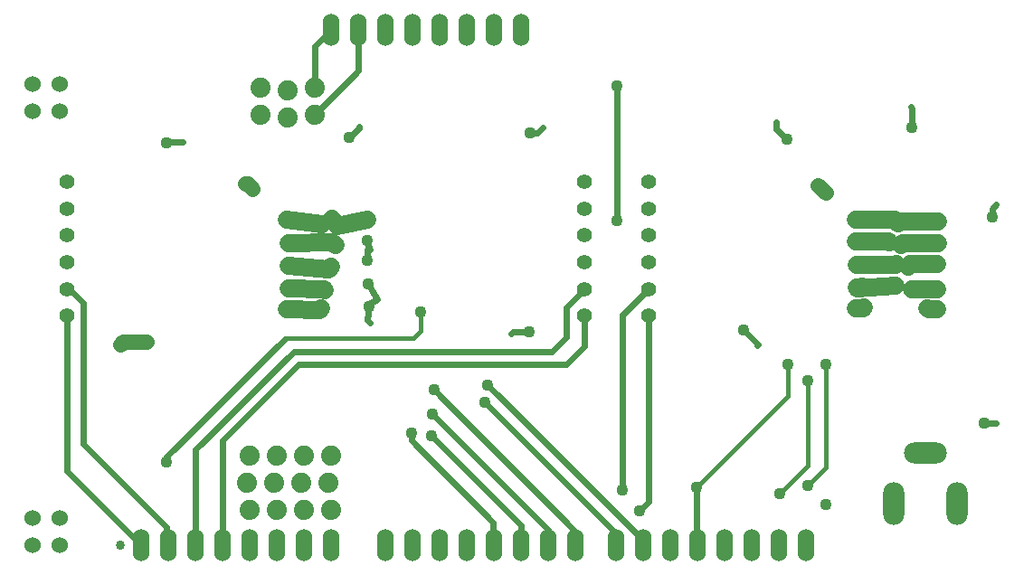
<source format=gbl>
%TF.GenerationSoftware,KiCad,Pcbnew,5.1.10-88a1d61d58~90~ubuntu20.04.1*%
%TF.CreationDate,2021-08-01T14:30:54-04:00*%
%TF.ProjectId,MegaShield,4d656761-5368-4696-956c-642e6b696361,rev?*%
%TF.SameCoordinates,Original*%
%TF.FileFunction,Copper,L2,Bot*%
%TF.FilePolarity,Positive*%
%FSLAX46Y46*%
G04 Gerber Fmt 4.6, Leading zero omitted, Abs format (unit mm)*
G04 Created by KiCad (PCBNEW 5.1.10-88a1d61d58~90~ubuntu20.04.1) date 2021-08-01 14:30:54*
%MOMM*%
%LPD*%
G01*
G04 APERTURE LIST*
%TA.AperFunction,ComponentPad*%
%ADD10O,1.524000X3.048000*%
%TD*%
%TA.AperFunction,ComponentPad*%
%ADD11O,4.000000X2.000000*%
%TD*%
%TA.AperFunction,ComponentPad*%
%ADD12O,2.000000X4.000000*%
%TD*%
%TA.AperFunction,ComponentPad*%
%ADD13C,1.408000*%
%TD*%
%TA.AperFunction,ComponentPad*%
%ADD14C,1.879600*%
%TD*%
%TA.AperFunction,ComponentPad*%
%ADD15C,1.524000*%
%TD*%
%TA.AperFunction,ViaPad*%
%ADD16C,1.108000*%
%TD*%
%TA.AperFunction,ViaPad*%
%ADD17C,0.858000*%
%TD*%
%TA.AperFunction,Conductor*%
%ADD18C,0.609600*%
%TD*%
%TA.AperFunction,Conductor*%
%ADD19C,0.406400*%
%TD*%
%TA.AperFunction,Conductor*%
%ADD20C,1.422400*%
%TD*%
%TA.AperFunction,Conductor*%
%ADD21C,1.676400*%
%TD*%
G04 APERTURE END LIST*
D10*
%TO.P,PWML1,8*%
%TO.N,/IN3*%
X154698600Y-128963600D03*
%TO.P,PWML1,7*%
%TO.N,/IN2*%
X152158600Y-128963600D03*
%TO.P,PWML1,6*%
%TO.N,/ENA*%
X149618600Y-128963600D03*
%TO.P,PWML1,5*%
%TO.N,/IN1*%
X147078600Y-128963600D03*
%TO.P,PWML1,4*%
%TO.N,/INC3B*%
X144538600Y-128963600D03*
%TO.P,PWML1,3*%
%TO.N,/INC3A*%
X141998600Y-128963600D03*
%TO.P,PWML1,2*%
%TO.N,Net-(PWML1-Pad2)*%
X139458600Y-128963600D03*
%TO.P,PWML1,1*%
%TO.N,Net-(PWML1-Pad1)*%
X136918600Y-128963600D03*
%TD*%
%TO.P,PWMH1,8*%
%TO.N,Net-(PWMH1-Pad8)*%
X176288600Y-128963600D03*
%TO.P,PWMH1,7*%
%TO.N,Net-(PWMH1-Pad7)*%
X173748600Y-128963600D03*
%TO.P,PWMH1,6*%
%TO.N,Net-(PWMH1-Pad6)*%
X171208600Y-128963600D03*
%TO.P,PWMH1,5*%
%TO.N,/IN6*%
X168668600Y-128963600D03*
%TO.P,PWMH1,4*%
%TO.N,/IN5*%
X166128600Y-128963600D03*
%TO.P,PWMH1,3*%
%TO.N,/ENC*%
X163588600Y-128963600D03*
%TO.P,PWMH1,2*%
%TO.N,/IN4*%
X161048600Y-128963600D03*
%TO.P,PWMH1,1*%
%TO.N,/ENB*%
X158508600Y-128963600D03*
%TD*%
%TO.P,COMMUNICATION2,8*%
%TO.N,/AUX4*%
X131838600Y-128963600D03*
%TO.P,COMMUNICATION2,7*%
%TO.N,/AUX3*%
X129298600Y-128963600D03*
%TO.P,COMMUNICATION2,6*%
%TO.N,/AUX2*%
X126758600Y-128963600D03*
%TO.P,COMMUNICATION2,5*%
%TO.N,/AUX1*%
X124218600Y-128963600D03*
%TO.P,COMMUNICATION2,4*%
%TO.N,/INC2B*%
X121678600Y-128963600D03*
%TO.P,COMMUNICATION2,3*%
%TO.N,/INC2A*%
X119138600Y-128963600D03*
%TO.P,COMMUNICATION2,2*%
%TO.N,/INC1A*%
X116598600Y-128963600D03*
%TO.P,COMMUNICATION2,1*%
%TO.N,/INC1B*%
X114058600Y-128963600D03*
%TD*%
D11*
%TO.P,J1,2*%
%TO.N,Net-(J1-Pad2)*%
X187457405Y-120362857D03*
D12*
%TO.P,J1,3*%
%TO.N,/GND*%
X190447390Y-125092725D03*
%TO.P,J1,1*%
%TO.N,/12V*%
X184470644Y-125087600D03*
%TD*%
D13*
%TO.P,U$1,P$6*%
%TO.N,/INC1B*%
X107149556Y-107475150D03*
%TO.P,U$1,P$5*%
%TO.N,/INC1A*%
X107149556Y-104975150D03*
%TO.P,U$1,P$4*%
%TO.N,/GND*%
X107149556Y-102475150D03*
%TO.P,U$1,P$3*%
%TO.N,/5V*%
X107149556Y-99975150D03*
%TO.P,U$1,P$2*%
%TO.N,/M1-*%
X107149556Y-97475150D03*
%TO.P,U$1,P$1*%
%TO.N,/M1+*%
X107149556Y-94975150D03*
%TD*%
%TO.P,U$12,P$6*%
%TO.N,/INC2B*%
X155546209Y-107475150D03*
%TO.P,U$12,P$5*%
%TO.N,/INC2A*%
X155546209Y-104975150D03*
%TO.P,U$12,P$4*%
%TO.N,/GND*%
X155546209Y-102475150D03*
%TO.P,U$12,P$3*%
%TO.N,/5V*%
X155546209Y-99975150D03*
%TO.P,U$12,P$2*%
%TO.N,/M2+*%
X155546209Y-97475150D03*
%TO.P,U$12,P$1*%
%TO.N,/M2-*%
X155546209Y-94975150D03*
%TD*%
D14*
%TO.P,J2,3*%
%TO.N,/AUX4*%
X131832740Y-125661600D03*
%TO.P,J2,2*%
%TO.N,/5V*%
X131578740Y-123121600D03*
%TO.P,J2,1*%
%TO.N,/GND*%
X131832740Y-120581600D03*
%TD*%
%TO.P,J3,3*%
%TO.N,/AUX2*%
X126752740Y-125661600D03*
%TO.P,J3,2*%
%TO.N,/5V*%
X126498740Y-123121600D03*
%TO.P,J3,1*%
%TO.N,/GND*%
X126752740Y-120581600D03*
%TD*%
%TO.P,J4,3*%
%TO.N,/AUX1*%
X124212740Y-125661600D03*
%TO.P,J4,2*%
%TO.N,/5V*%
X123958740Y-123121600D03*
%TO.P,J4,1*%
%TO.N,/GND*%
X124212740Y-120581600D03*
%TD*%
%TO.P,J5,3*%
%TO.N,/AUX3*%
X129292740Y-125661600D03*
%TO.P,J5,2*%
%TO.N,/5V*%
X129038740Y-123121600D03*
%TO.P,J5,1*%
%TO.N,/GND*%
X129292740Y-120581600D03*
%TD*%
D13*
%TO.P,U$20,P$6*%
%TO.N,/INC3B*%
X161546318Y-107475150D03*
%TO.P,U$20,P$5*%
%TO.N,/INC3A*%
X161546318Y-104975150D03*
%TO.P,U$20,P$4*%
%TO.N,/GND*%
X161546318Y-102475150D03*
%TO.P,U$20,P$3*%
%TO.N,/5V*%
X161546318Y-99975150D03*
%TO.P,U$20,P$2*%
%TO.N,/M3-*%
X161546318Y-97475150D03*
%TO.P,U$20,P$1*%
%TO.N,/M3+*%
X161546318Y-94975150D03*
%TD*%
D14*
%TO.P,J6,3*%
%TO.N,/AUX5*%
X130286171Y-86099225D03*
%TO.P,J6,2*%
%TO.N,/5V*%
X127746171Y-86353225D03*
%TO.P,J6,1*%
%TO.N,/GND*%
X125206171Y-86099225D03*
%TD*%
%TO.P,J7,3*%
%TO.N,/AUX6*%
X130290112Y-88648532D03*
%TO.P,J7,2*%
%TO.N,/5V*%
X127750112Y-88902532D03*
%TO.P,J7,1*%
%TO.N,/GND*%
X125210112Y-88648532D03*
%TD*%
D10*
%TO.P,COMMUNICATION1,8*%
%TO.N,Net-(COMMUNICATION1-Pad8)*%
X149618600Y-80703600D03*
%TO.P,COMMUNICATION1,7*%
%TO.N,Net-(COMMUNICATION1-Pad7)*%
X147078600Y-80703600D03*
%TO.P,COMMUNICATION1,6*%
%TO.N,Net-(COMMUNICATION1-Pad6)*%
X144538600Y-80703600D03*
%TO.P,COMMUNICATION1,5*%
%TO.N,Net-(COMMUNICATION1-Pad5)*%
X141998600Y-80703600D03*
%TO.P,COMMUNICATION1,4*%
%TO.N,Net-(COMMUNICATION1-Pad4)*%
X139458600Y-80703600D03*
%TO.P,COMMUNICATION1,3*%
%TO.N,Net-(COMMUNICATION1-Pad3)*%
X136918600Y-80703600D03*
%TO.P,COMMUNICATION1,2*%
%TO.N,/AUX6*%
X134378600Y-80703600D03*
%TO.P,COMMUNICATION1,1*%
%TO.N,/AUX5*%
X131838600Y-80703600D03*
%TD*%
D15*
%TO.P,JP3,4*%
%TO.N,/5V*%
X106439712Y-126423913D03*
%TO.P,JP3,3*%
X106439712Y-128963913D03*
%TO.P,JP3,2*%
X103899712Y-126423913D03*
%TO.P,JP3,1*%
X103899712Y-128963913D03*
%TD*%
%TO.P,JP4,4*%
%TO.N,/GND*%
X106441175Y-85784582D03*
%TO.P,JP4,3*%
X106441175Y-88324582D03*
%TO.P,JP4,2*%
X103901175Y-85784582D03*
%TO.P,JP4,1*%
X103901175Y-88324582D03*
%TD*%
D16*
%TO.N,/IN3*%
X141476790Y-114453672D03*
%TO.N,/IN2*%
X141306003Y-116690697D03*
%TO.N,/ENA*%
X141203575Y-118740925D03*
%TO.N,/IN1*%
X139380443Y-118442250D03*
%TO.N,/INC3B*%
X160752912Y-125722819D03*
%TO.N,/INC3A*%
X159093412Y-123816388D03*
%TO.N,/IN6*%
X178125096Y-112015579D03*
X176438334Y-123431110D03*
%TO.N,/IN5*%
X166031103Y-123595800D03*
X174582459Y-112057435D03*
%TO.N,/ENC*%
X176487690Y-113605879D03*
X173840318Y-124192825D03*
%TO.N,/IN4*%
X146524415Y-113956035D03*
%TO.N,/ENB*%
X146225753Y-115578438D03*
%TO.N,/GND*%
X114532687Y-109896229D03*
X192948087Y-117555719D03*
X186232393Y-89829691D03*
X193715059Y-98238104D03*
X174522728Y-91001622D03*
X170465534Y-108810516D03*
X150474981Y-90390260D03*
X133573806Y-90806588D03*
X116402071Y-91285094D03*
X150419231Y-109002341D03*
X135229553Y-102273266D03*
X135239428Y-100416416D03*
X135318400Y-104470225D03*
X135367756Y-106644850D03*
X135269043Y-98488200D03*
X127652650Y-106891716D03*
X127825400Y-104910807D03*
X127825400Y-102821247D03*
X127825400Y-100677022D03*
X127731618Y-98517841D03*
X188539134Y-102645066D03*
X181011562Y-102719125D03*
X188637856Y-100670144D03*
X180962203Y-100546713D03*
X188613175Y-98670538D03*
X180937521Y-98473044D03*
X188567140Y-105004597D03*
X181045050Y-104886035D03*
X180926590Y-106783054D03*
X188537525Y-106871979D03*
X123771162Y-95134163D03*
X177376109Y-95263797D03*
D17*
X112153600Y-128963600D03*
D16*
X178193600Y-125153600D03*
%TO.N,/5V*%
X158638271Y-85942629D03*
X116435343Y-121165132D03*
X158604746Y-98595744D03*
X140237234Y-107138744D03*
%TD*%
D18*
%TO.N,/IN3*%
X154698600Y-128963600D02*
X154698600Y-127675482D01*
X154698600Y-127675482D02*
X141476790Y-114453672D01*
%TO.N,/IN2*%
X141306003Y-116690697D02*
X152158600Y-127543294D01*
X152158600Y-127543294D02*
X152158600Y-128963600D01*
%TO.N,/ENA*%
X141203575Y-118740925D02*
X149618600Y-127155950D01*
X149618600Y-127155950D02*
X149618600Y-128963600D01*
%TO.N,/IN1*%
X139380443Y-118442250D02*
X139380443Y-119180494D01*
X139380443Y-119180494D02*
X147039281Y-126839332D01*
X147039281Y-126839332D02*
X147039281Y-128924282D01*
X147039281Y-128924282D02*
X147078600Y-128963600D01*
%TO.N,/INC3B*%
X160752912Y-125722819D02*
X161546318Y-124929413D01*
X161546318Y-124929413D02*
X161546318Y-107475150D01*
%TO.N,/INC3A*%
X159093412Y-123816388D02*
X159093412Y-107428057D01*
X159093412Y-107428057D02*
X161546318Y-104975150D01*
D19*
%TO.N,/IN6*%
X178125096Y-112015579D02*
X178125096Y-121728447D01*
X176438334Y-123431110D02*
X176438334Y-123415210D01*
X176438334Y-123415210D02*
X178125096Y-121728447D01*
D18*
%TO.N,/IN5*%
X166128600Y-128963600D02*
X166031103Y-128866104D01*
X166031103Y-128866104D02*
X166031103Y-123595800D01*
D19*
X174582459Y-112057435D02*
X174582459Y-115044444D01*
X174582459Y-115044444D02*
X166031103Y-123595800D01*
%TO.N,/ENC*%
X176487690Y-113605879D02*
X176487690Y-121545454D01*
X176487690Y-121545454D02*
X173840318Y-124192825D01*
D18*
%TO.N,/IN4*%
X146524415Y-113956035D02*
X161048600Y-128480219D01*
X161048600Y-128480219D02*
X161048600Y-128963600D01*
%TO.N,/ENB*%
X146225753Y-115578438D02*
X158508600Y-127861285D01*
X158508600Y-127861285D02*
X158508600Y-128963600D01*
%TO.N,/INC2B*%
X121678600Y-128963600D02*
X121678600Y-119178882D01*
X121678600Y-119178882D02*
X128811800Y-112045682D01*
X128811800Y-112045682D02*
X153829678Y-112045682D01*
X153829678Y-112045682D02*
X155540371Y-110334988D01*
X155540371Y-110334988D02*
X155540371Y-107480988D01*
X155540371Y-107480988D02*
X155546209Y-107475150D01*
%TO.N,/INC2A*%
X119138600Y-128963600D02*
X119138600Y-120030522D01*
X119138600Y-120030522D02*
X128339559Y-110829563D01*
X128339559Y-110829563D02*
X152484475Y-110829563D01*
X152484475Y-110829563D02*
X153850396Y-109463641D01*
X153850396Y-109463641D02*
X153850396Y-106670963D01*
X153850396Y-106670963D02*
X155546209Y-104975150D01*
%TO.N,/INC1A*%
X116456693Y-128821694D02*
X116456693Y-127241569D01*
X116456693Y-127241569D02*
X108677784Y-119462660D01*
X108677784Y-119462660D02*
X108677784Y-106960172D01*
X108677784Y-106960172D02*
X108683553Y-106954404D01*
X108683553Y-106954404D02*
X108683553Y-106282788D01*
X108683553Y-106282788D02*
X107375915Y-104975150D01*
X107375915Y-104975150D02*
X107149556Y-104975150D01*
%TO.N,/INC1B*%
X114058600Y-128963600D02*
X107149556Y-122054557D01*
X107149556Y-122054557D02*
X107149556Y-107475150D01*
D20*
%TO.N,/GND*%
X114532687Y-109896229D02*
X112410140Y-109896229D01*
X112410140Y-109896229D02*
X112138590Y-110167779D01*
D18*
X192948087Y-117555719D02*
X194033928Y-117555719D01*
X194033928Y-117555719D02*
X194033928Y-117580407D01*
X186232393Y-89829691D02*
X186232393Y-88048266D01*
X186232393Y-88048266D02*
X186138725Y-87954597D01*
X193715059Y-98238104D02*
X193715059Y-97457025D01*
X193715059Y-97457025D02*
X194105300Y-97066785D01*
X174522728Y-91001622D02*
X173539218Y-90018113D01*
X173539218Y-90018113D02*
X173539218Y-89314041D01*
X170465534Y-108810516D02*
X171822837Y-110154994D01*
X171822837Y-110154994D02*
X171725303Y-110252529D01*
X150474981Y-90390260D02*
X151177134Y-90390260D01*
X151177134Y-90390260D02*
X151684706Y-89882688D01*
X133573806Y-90806588D02*
X134432646Y-89947747D01*
X134432646Y-89947747D02*
X134432646Y-89739513D01*
X116402071Y-91285094D02*
X116487462Y-91199704D01*
X116487462Y-91199704D02*
X117938056Y-91199704D01*
X150419231Y-109002341D02*
X148831809Y-109002341D01*
X148831809Y-109002341D02*
X148678043Y-109156107D01*
X135229553Y-102273266D02*
X135209446Y-101262547D01*
X135209446Y-101262547D02*
X135414290Y-101057704D01*
X135239428Y-100416416D02*
X135363078Y-101160304D01*
X135363078Y-101160304D02*
X135465503Y-101262729D01*
X135318400Y-104470225D02*
X136176012Y-105988216D01*
X136176012Y-105988216D02*
X135414290Y-106337044D01*
X135367756Y-106644850D02*
X135260656Y-107926147D01*
X135260656Y-107926147D02*
X135465503Y-108130994D01*
D21*
X135269043Y-98488200D02*
X132413881Y-99076066D01*
X132413881Y-99076066D02*
X131915353Y-98453950D01*
X127652650Y-106891716D02*
X130715809Y-106950994D01*
X130715809Y-106950994D02*
X130938050Y-106753413D01*
X127825400Y-104910807D02*
X131204562Y-105034238D01*
X131204562Y-105034238D02*
X131234203Y-105063879D01*
X127825400Y-102821247D02*
X131589353Y-103166860D01*
X131589353Y-103166860D02*
X131856121Y-102900091D01*
X127825400Y-100677022D02*
X131855912Y-100647382D01*
X131855912Y-100647382D02*
X132241118Y-100854869D01*
X127731618Y-98517841D02*
X130967612Y-98957844D01*
X130967612Y-98957844D02*
X131026893Y-98898563D01*
X188539134Y-102645066D02*
X186046450Y-102645066D01*
X186046450Y-102645066D02*
X185824271Y-102867244D01*
X181011562Y-102719125D02*
X184688956Y-102719125D01*
X184688956Y-102719125D02*
X184738328Y-102669754D01*
X188637856Y-100670144D02*
X185355384Y-100670144D01*
X185355384Y-100670144D02*
X185182578Y-100842950D01*
X180962203Y-100546713D02*
X183973212Y-100546713D01*
X183973212Y-100546713D02*
X184047271Y-100620772D01*
X188613175Y-98670538D02*
X185133259Y-98670538D01*
X185133259Y-98670538D02*
X184960453Y-98843344D01*
X180937521Y-98473044D02*
X184565478Y-98473044D01*
X184565478Y-98473044D02*
X184911090Y-98818657D01*
X188567140Y-105004597D02*
X186227618Y-105004597D01*
X186227618Y-105004597D02*
X186197978Y-105034238D01*
X181045050Y-104886035D02*
X181133731Y-104915675D01*
X181133731Y-104915675D02*
X184658021Y-104708188D01*
X181133731Y-104915675D02*
X181874100Y-104827222D01*
X181874100Y-104827222D02*
X181578112Y-104797110D01*
X180926590Y-106783054D02*
X181637287Y-106783054D01*
X181637287Y-106783054D02*
X181696568Y-106723772D01*
X188537525Y-106871979D02*
X187767656Y-106871979D01*
X187767656Y-106871979D02*
X187649090Y-106753413D01*
D20*
X123771162Y-95134163D02*
X124066928Y-95134163D01*
X124066928Y-95134163D02*
X124511543Y-95578779D01*
X177376109Y-95263797D02*
X177425231Y-95263797D01*
X177425231Y-95263797D02*
X178116456Y-95955022D01*
D18*
%TO.N,/5V*%
X127537425Y-109662175D02*
X116435343Y-120656507D01*
X116435343Y-120656507D02*
X116435343Y-121165132D01*
X158638271Y-85942629D02*
X158604746Y-85976154D01*
X158604746Y-85976154D02*
X158604746Y-98595744D01*
D19*
X140237234Y-107138744D02*
X140237234Y-108888150D01*
X140237234Y-108888150D02*
X139556081Y-109569304D01*
X139556081Y-109569304D02*
X127630296Y-109569304D01*
X127630296Y-109569304D02*
X127537425Y-109662175D01*
D18*
%TO.N,/AUX5*%
X130286171Y-86099225D02*
X130286171Y-82256029D01*
X130286171Y-82256029D02*
X131838600Y-80703600D01*
%TO.N,/AUX6*%
X130290112Y-88648532D02*
X134378600Y-84560044D01*
X134378600Y-84560044D02*
X134378600Y-80703600D01*
%TD*%
M02*

</source>
